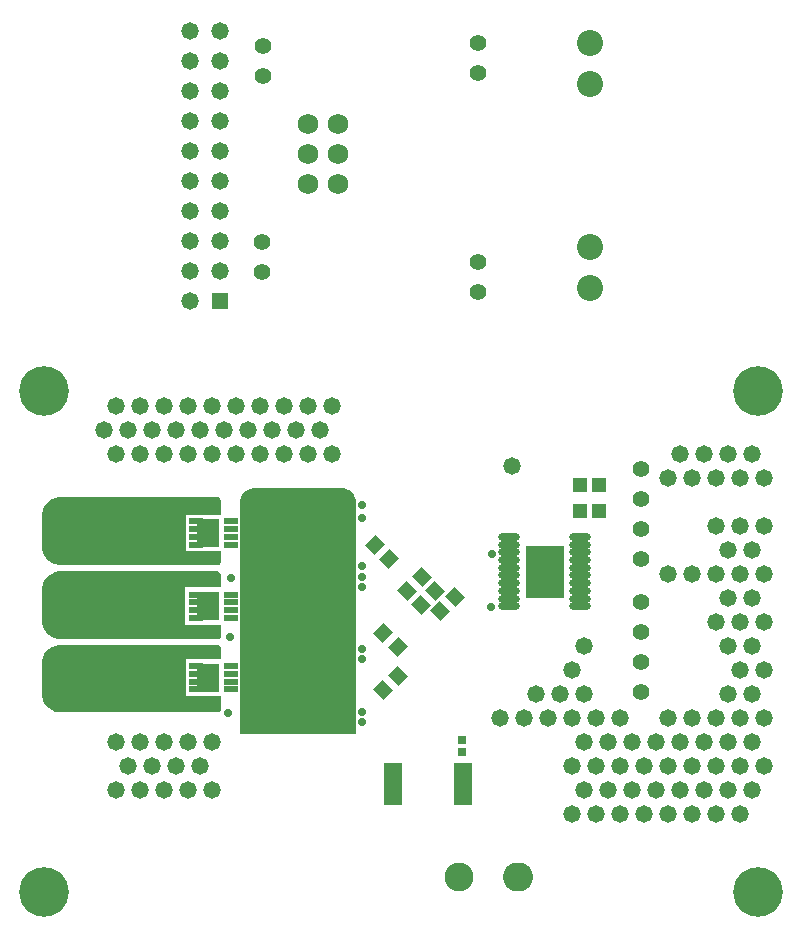
<source format=gbs>
G04*
G04 #@! TF.GenerationSoftware,Altium Limited,Altium Designer,20.0.12 (288)*
G04*
G04 Layer_Color=16711935*
%FSLAX25Y25*%
%MOIN*%
G70*
G01*
G75*
%ADD27R,0.04698X0.02395*%
%ADD28R,0.07591X0.09599*%
%ADD29C,0.08674*%
%ADD30C,0.05524*%
%ADD31C,0.06800*%
%ADD32R,0.05800X0.05800*%
%ADD33C,0.05800*%
%ADD34C,0.16548*%
%ADD35O,0.10052X0.09658*%
%ADD36C,0.09658*%
%ADD37C,0.12611*%
%ADD38C,0.02800*%
%ADD60R,0.12611X0.17335*%
%ADD61O,0.07296X0.02572*%
%ADD62R,0.04737X0.04737*%
%ADD63R,0.02800X0.02800*%
%ADD64R,0.05918X0.14186*%
G04:AMPARAMS|DCode=65|XSize=47.37mil|YSize=43.43mil|CornerRadius=0mil|HoleSize=0mil|Usage=FLASHONLY|Rotation=135.000|XOffset=0mil|YOffset=0mil|HoleType=Round|Shape=Rectangle|*
%AMROTATEDRECTD65*
4,1,4,0.03210,-0.00139,0.00139,-0.03210,-0.03210,0.00139,-0.00139,0.03210,0.03210,-0.00139,0.0*
%
%ADD65ROTATEDRECTD65*%

G04:AMPARAMS|DCode=66|XSize=47.37mil|YSize=43.43mil|CornerRadius=0mil|HoleSize=0mil|Usage=FLASHONLY|Rotation=45.000|XOffset=0mil|YOffset=0mil|HoleType=Round|Shape=Rectangle|*
%AMROTATEDRECTD66*
4,1,4,-0.00139,-0.03210,-0.03210,-0.00139,0.00139,0.03210,0.03210,0.00139,-0.00139,-0.03210,0.0*
%
%ADD66ROTATEDRECTD66*%

G36*
X202567Y297348D02*
X202848Y297066D01*
X203000Y296699D01*
Y296500D01*
X203000Y296500D01*
X203000D01*
Y291765D01*
X191343D01*
Y279500D01*
X203000D01*
Y275801D01*
X202848Y275433D01*
X202567Y275152D01*
X202199Y275000D01*
X149500D01*
X148909Y275000D01*
X147750Y275231D01*
X146658Y275683D01*
X145675Y276339D01*
X144840Y277175D01*
X144183Y278158D01*
X143731Y279250D01*
X143500Y280409D01*
X143500Y281000D01*
X143500Y281000D01*
Y292091D01*
X143731Y293250D01*
X144183Y294342D01*
X144840Y295325D01*
X145675Y296160D01*
X146658Y296817D01*
X147750Y297269D01*
X148909Y297500D01*
X149500Y297500D01*
X149500Y297500D01*
X202199D01*
X202567Y297348D01*
D02*
G37*
G36*
X202444Y272627D02*
X202725Y272345D01*
X202878Y271978D01*
Y271779D01*
X202878Y271779D01*
X202878D01*
Y267500D01*
X191125D01*
Y255000D01*
X202878D01*
Y251080D01*
X202725Y250712D01*
X202444Y250431D01*
X202077Y250279D01*
X149378D01*
X148787Y250279D01*
X147627Y250510D01*
X146536Y250962D01*
X145553Y251618D01*
X144717Y252454D01*
X144061Y253437D01*
X143608Y254529D01*
X143378Y255688D01*
X143378Y256279D01*
X143378Y256279D01*
Y267370D01*
X143608Y268529D01*
X144061Y269621D01*
X144717Y270603D01*
X145553Y271439D01*
X146535Y272096D01*
X147627Y272548D01*
X148786Y272779D01*
X149377Y272779D01*
X149378Y272779D01*
X202077D01*
X202444Y272627D01*
D02*
G37*
G36*
Y248127D02*
X202725Y247845D01*
X202878Y247478D01*
Y247279D01*
X202878Y247279D01*
X202878D01*
Y243500D01*
X191206D01*
Y231427D01*
X202878Y231341D01*
X202878Y226580D01*
X202725Y226213D01*
X202444Y225931D01*
X202077Y225779D01*
X149378D01*
X148787Y225779D01*
X147627Y226009D01*
X146536Y226462D01*
X145553Y227118D01*
X144717Y227954D01*
X144061Y228937D01*
X143608Y230029D01*
X143378Y231188D01*
X143378Y231779D01*
X143378Y231779D01*
Y242870D01*
X143608Y244029D01*
X144060Y245121D01*
X144717Y246104D01*
X145553Y246939D01*
X146535Y247596D01*
X147627Y248048D01*
X148786Y248279D01*
X149377Y248279D01*
X149378Y248279D01*
X202077D01*
X202444Y248127D01*
D02*
G37*
G36*
X244813Y300327D02*
X245632Y299988D01*
X246369Y299495D01*
X246995Y298869D01*
X247488Y298131D01*
X247827Y297313D01*
X248000Y296443D01*
Y296000D01*
X248000Y296000D01*
X248000D01*
Y218500D01*
X209500D01*
Y296000D01*
Y296443D01*
X209673Y297313D01*
X210012Y298131D01*
X210505Y298869D01*
X211131Y299495D01*
X211868Y299988D01*
X212687Y300327D01*
X213557Y300500D01*
X243943D01*
X244813Y300327D01*
D02*
G37*
D27*
X206500Y262500D02*
D03*
Y265098D02*
D03*
Y259902D02*
D03*
Y257303D02*
D03*
X194748Y262500D02*
D03*
Y265098D02*
D03*
Y259902D02*
D03*
Y257303D02*
D03*
Y233488D02*
D03*
Y236087D02*
D03*
Y241283D02*
D03*
Y238685D02*
D03*
X206500Y233488D02*
D03*
Y236087D02*
D03*
Y241283D02*
D03*
Y238685D02*
D03*
X194748Y281705D02*
D03*
Y284303D02*
D03*
Y289500D02*
D03*
Y286902D02*
D03*
X206500Y281705D02*
D03*
Y284303D02*
D03*
Y289500D02*
D03*
Y286902D02*
D03*
D28*
X198655Y261201D02*
D03*
Y237386D02*
D03*
Y285602D02*
D03*
D29*
X326103Y367265D02*
D03*
Y381044D02*
D03*
Y435265D02*
D03*
Y449044D02*
D03*
D30*
X288603Y439044D02*
D03*
Y449044D02*
D03*
X216603Y372544D02*
D03*
Y382544D02*
D03*
X217103Y438044D02*
D03*
Y448044D02*
D03*
X343000Y242500D02*
D03*
Y232500D02*
D03*
Y252500D02*
D03*
Y262500D02*
D03*
Y287000D02*
D03*
Y277000D02*
D03*
Y297000D02*
D03*
Y307000D02*
D03*
X288603Y376044D02*
D03*
Y366044D02*
D03*
D31*
X232103Y402044D02*
D03*
Y412044D02*
D03*
Y422044D02*
D03*
X242103D02*
D03*
Y412044D02*
D03*
Y402044D02*
D03*
D32*
X202603Y363044D02*
D03*
D33*
Y373044D02*
D03*
Y383044D02*
D03*
Y393044D02*
D03*
X202603Y403044D02*
D03*
X202603Y413044D02*
D03*
Y423044D02*
D03*
Y433044D02*
D03*
Y443044D02*
D03*
Y453044D02*
D03*
X192603Y363044D02*
D03*
X192603Y373044D02*
D03*
X192603Y383044D02*
D03*
Y393044D02*
D03*
X192603Y403044D02*
D03*
X192603Y413044D02*
D03*
Y423044D02*
D03*
Y433044D02*
D03*
X192603Y443044D02*
D03*
Y453044D02*
D03*
X376000Y256000D02*
D03*
X372000Y200000D02*
D03*
X352000Y208000D02*
D03*
X380000Y200000D02*
D03*
X384000Y272000D02*
D03*
X324000Y216000D02*
D03*
X360000Y224000D02*
D03*
X316000Y232000D02*
D03*
X312000Y224000D02*
D03*
X376000Y304000D02*
D03*
X384000Y224000D02*
D03*
X380000Y280000D02*
D03*
X376000Y272000D02*
D03*
X356000Y200000D02*
D03*
X332000D02*
D03*
X344000Y192000D02*
D03*
X372000Y264000D02*
D03*
X344000Y208000D02*
D03*
X308000Y232000D02*
D03*
X320000Y240000D02*
D03*
X356000Y312000D02*
D03*
X296000Y224000D02*
D03*
X372000Y216000D02*
D03*
X360000Y208000D02*
D03*
X368000Y224000D02*
D03*
X348000Y200000D02*
D03*
X324000D02*
D03*
X340000Y216000D02*
D03*
X376000Y224000D02*
D03*
X380000Y216000D02*
D03*
X352000Y224000D02*
D03*
X364000Y216000D02*
D03*
X320000Y224000D02*
D03*
X364000Y312000D02*
D03*
X368000Y288000D02*
D03*
X324000Y232000D02*
D03*
X372000D02*
D03*
Y280000D02*
D03*
X384000Y288000D02*
D03*
X348000Y216000D02*
D03*
X336000Y208000D02*
D03*
X384000Y304000D02*
D03*
Y240000D02*
D03*
X336000Y224000D02*
D03*
X328000D02*
D03*
X380000Y232000D02*
D03*
X376000Y192000D02*
D03*
X368040Y255832D02*
D03*
X360000Y192000D02*
D03*
X380000Y312000D02*
D03*
X328000Y192000D02*
D03*
X304000Y224000D02*
D03*
X352040Y271832D02*
D03*
X380000Y264000D02*
D03*
X376000Y208000D02*
D03*
X364000Y200000D02*
D03*
X324000Y248000D02*
D03*
X384000Y256000D02*
D03*
X360000Y304000D02*
D03*
X320000Y192000D02*
D03*
X368000Y304000D02*
D03*
Y192000D02*
D03*
X372000Y312000D02*
D03*
X376000Y288000D02*
D03*
X352000Y192000D02*
D03*
X368000Y272000D02*
D03*
X340000Y200000D02*
D03*
X328000Y208000D02*
D03*
X372040Y247832D02*
D03*
X376000Y240000D02*
D03*
X356000Y216000D02*
D03*
X360040Y271832D02*
D03*
X336000Y192000D02*
D03*
X332000Y216000D02*
D03*
X384000Y208000D02*
D03*
X380000Y248000D02*
D03*
X352000Y304000D02*
D03*
X320000Y208000D02*
D03*
X368000D02*
D03*
X240000Y328000D02*
D03*
Y312000D02*
D03*
X232000Y328000D02*
D03*
X236000Y320000D02*
D03*
X232000Y312000D02*
D03*
X224000Y328000D02*
D03*
X228000Y320000D02*
D03*
X224000Y312000D02*
D03*
X216000Y328000D02*
D03*
X220000Y320000D02*
D03*
X216000Y312000D02*
D03*
X208000Y328000D02*
D03*
X212000Y320000D02*
D03*
X208000Y312000D02*
D03*
X200000Y328000D02*
D03*
X204000Y320000D02*
D03*
X200000Y312000D02*
D03*
X192000Y328000D02*
D03*
X196000Y320000D02*
D03*
X192000Y312000D02*
D03*
X184000Y328000D02*
D03*
X188000Y320000D02*
D03*
X184000Y312000D02*
D03*
X176000Y328000D02*
D03*
X180000Y320000D02*
D03*
X176000Y312000D02*
D03*
X168000Y328000D02*
D03*
X172000Y320000D02*
D03*
X168000Y312000D02*
D03*
X164000Y320000D02*
D03*
X200000Y216000D02*
D03*
Y200000D02*
D03*
X192000Y216000D02*
D03*
X196000Y208000D02*
D03*
X192000Y200000D02*
D03*
X184000Y216000D02*
D03*
X188000Y208000D02*
D03*
X184000Y200000D02*
D03*
X176000Y216000D02*
D03*
X180000Y208000D02*
D03*
X176000Y200000D02*
D03*
X168000Y216000D02*
D03*
X172000Y208000D02*
D03*
X168000Y200000D02*
D03*
X300000Y308000D02*
D03*
D34*
X382000Y166000D02*
D03*
Y333000D02*
D03*
X144000D02*
D03*
Y166000D02*
D03*
D35*
X302185Y171000D02*
D03*
D36*
X282500D02*
D03*
D37*
X149705Y281185D02*
D03*
Y261500D02*
D03*
Y241815D02*
D03*
D38*
X206500Y270500D02*
D03*
X205500Y225500D02*
D03*
X250000Y226000D02*
D03*
Y222500D02*
D03*
X206000Y251000D02*
D03*
X250000Y247000D02*
D03*
X293000Y261000D02*
D03*
X293389Y278598D02*
D03*
X250000Y290500D02*
D03*
Y243500D02*
D03*
Y271000D02*
D03*
Y267500D02*
D03*
Y274500D02*
D03*
Y295000D02*
D03*
D60*
X310899Y272719D02*
D03*
D61*
X298989Y261203D02*
D03*
Y263762D02*
D03*
Y266321D02*
D03*
Y268880D02*
D03*
Y271439D02*
D03*
Y273998D02*
D03*
Y276557D02*
D03*
Y279117D02*
D03*
Y281676D02*
D03*
Y284235D02*
D03*
X322808Y261203D02*
D03*
Y263762D02*
D03*
Y266321D02*
D03*
Y268880D02*
D03*
Y271439D02*
D03*
Y273998D02*
D03*
Y276557D02*
D03*
Y279117D02*
D03*
Y281676D02*
D03*
Y284235D02*
D03*
D62*
X322850Y301500D02*
D03*
X329150D02*
D03*
X322850Y293000D02*
D03*
X329150D02*
D03*
D63*
X283500Y212500D02*
D03*
Y216437D02*
D03*
D64*
X260386Y202000D02*
D03*
X283614D02*
D03*
D65*
X257134Y233134D02*
D03*
X261866Y237866D02*
D03*
X276134Y259634D02*
D03*
X280866Y264366D02*
D03*
X269634Y261634D02*
D03*
X274366Y266366D02*
D03*
X265134Y266134D02*
D03*
X269866Y270866D02*
D03*
D66*
X257134Y252366D02*
D03*
X261866Y247634D02*
D03*
X254267Y281733D02*
D03*
X259000Y277000D02*
D03*
M02*

</source>
